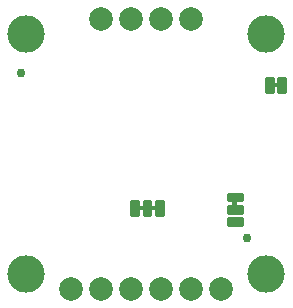
<source format=gbs>
G04 EAGLE Gerber RS-274X export*
G75*
%MOMM*%
%FSLAX34Y34*%
%LPD*%
%INSoldermask Bottom*%
%IPPOS*%
%AMOC8*
5,1,8,0,0,1.08239X$1,22.5*%
G01*
%ADD10C,0.228344*%
%ADD11C,3.175000*%
%ADD12C,2.006600*%
%ADD13C,0.762000*%

G36*
X203582Y82562D02*
X203582Y82562D01*
X203648Y82564D01*
X203692Y82582D01*
X203738Y82590D01*
X203795Y82624D01*
X203856Y82649D01*
X203891Y82680D01*
X203932Y82705D01*
X203973Y82756D01*
X204022Y82800D01*
X204043Y82842D01*
X204073Y82879D01*
X204094Y82941D01*
X204124Y83000D01*
X204132Y83054D01*
X204145Y83091D01*
X204144Y83131D01*
X204152Y83185D01*
X204152Y86995D01*
X204140Y87060D01*
X204138Y87126D01*
X204120Y87169D01*
X204112Y87216D01*
X204079Y87273D01*
X204054Y87333D01*
X204022Y87368D01*
X203998Y87409D01*
X203947Y87451D01*
X203902Y87499D01*
X203860Y87521D01*
X203824Y87550D01*
X203762Y87571D01*
X203703Y87602D01*
X203648Y87610D01*
X203611Y87622D01*
X203572Y87621D01*
X203518Y87629D01*
X200978Y87629D01*
X200913Y87618D01*
X200847Y87616D01*
X200803Y87598D01*
X200757Y87590D01*
X200700Y87556D01*
X200639Y87531D01*
X200604Y87500D01*
X200563Y87475D01*
X200522Y87424D01*
X200473Y87380D01*
X200452Y87338D01*
X200422Y87301D01*
X200401Y87239D01*
X200371Y87180D01*
X200363Y87126D01*
X200350Y87089D01*
X200350Y87085D01*
X200350Y87084D01*
X200351Y87049D01*
X200343Y86995D01*
X200343Y83185D01*
X200355Y83120D01*
X200357Y83054D01*
X200375Y83011D01*
X200383Y82964D01*
X200416Y82907D01*
X200441Y82847D01*
X200473Y82812D01*
X200497Y82771D01*
X200548Y82730D01*
X200593Y82681D01*
X200635Y82659D01*
X200671Y82630D01*
X200734Y82609D01*
X200792Y82578D01*
X200847Y82570D01*
X200884Y82558D01*
X200923Y82559D01*
X200978Y82551D01*
X203518Y82551D01*
X203582Y82562D01*
G37*
G36*
X238952Y183527D02*
X238952Y183527D01*
X239018Y183529D01*
X239061Y183547D01*
X239108Y183555D01*
X239165Y183589D01*
X239225Y183614D01*
X239260Y183645D01*
X239301Y183670D01*
X239343Y183721D01*
X239391Y183765D01*
X239413Y183807D01*
X239442Y183844D01*
X239463Y183906D01*
X239494Y183965D01*
X239502Y184019D01*
X239514Y184056D01*
X239513Y184096D01*
X239521Y184150D01*
X239521Y186690D01*
X239510Y186755D01*
X239508Y186821D01*
X239490Y186864D01*
X239482Y186911D01*
X239448Y186968D01*
X239423Y187028D01*
X239392Y187063D01*
X239367Y187104D01*
X239316Y187146D01*
X239272Y187194D01*
X239230Y187216D01*
X239193Y187245D01*
X239131Y187266D01*
X239072Y187297D01*
X239018Y187305D01*
X238981Y187317D01*
X238941Y187316D01*
X238887Y187324D01*
X235077Y187324D01*
X235012Y187313D01*
X234946Y187311D01*
X234903Y187293D01*
X234856Y187285D01*
X234799Y187251D01*
X234739Y187226D01*
X234704Y187195D01*
X234663Y187170D01*
X234622Y187119D01*
X234573Y187075D01*
X234551Y187033D01*
X234522Y186996D01*
X234501Y186934D01*
X234470Y186875D01*
X234462Y186821D01*
X234450Y186784D01*
X234450Y186781D01*
X234451Y186744D01*
X234443Y186690D01*
X234443Y184150D01*
X234454Y184085D01*
X234456Y184019D01*
X234474Y183976D01*
X234482Y183929D01*
X234516Y183872D01*
X234541Y183812D01*
X234572Y183777D01*
X234597Y183736D01*
X234648Y183695D01*
X234692Y183646D01*
X234734Y183624D01*
X234771Y183595D01*
X234833Y183574D01*
X234892Y183543D01*
X234946Y183535D01*
X234983Y183523D01*
X235023Y183524D01*
X235077Y183516D01*
X238887Y183516D01*
X238952Y183527D01*
G37*
G36*
X124906Y79197D02*
X124906Y79197D01*
X124972Y79199D01*
X125015Y79217D01*
X125062Y79225D01*
X125119Y79258D01*
X125179Y79283D01*
X125214Y79315D01*
X125255Y79339D01*
X125297Y79390D01*
X125345Y79435D01*
X125367Y79477D01*
X125396Y79513D01*
X125417Y79576D01*
X125448Y79634D01*
X125456Y79689D01*
X125468Y79726D01*
X125467Y79765D01*
X125475Y79820D01*
X125475Y82360D01*
X125464Y82424D01*
X125462Y82490D01*
X125444Y82534D01*
X125436Y82580D01*
X125402Y82637D01*
X125377Y82698D01*
X125346Y82733D01*
X125321Y82774D01*
X125270Y82815D01*
X125226Y82864D01*
X125184Y82885D01*
X125147Y82915D01*
X125085Y82936D01*
X125026Y82966D01*
X124972Y82974D01*
X124935Y82987D01*
X124895Y82986D01*
X124841Y82994D01*
X121031Y82994D01*
X120966Y82982D01*
X120900Y82980D01*
X120857Y82962D01*
X120810Y82954D01*
X120753Y82921D01*
X120693Y82896D01*
X120658Y82864D01*
X120617Y82840D01*
X120576Y82789D01*
X120527Y82744D01*
X120505Y82702D01*
X120476Y82666D01*
X120455Y82604D01*
X120424Y82545D01*
X120416Y82490D01*
X120404Y82453D01*
X120404Y82450D01*
X120405Y82413D01*
X120397Y82360D01*
X120397Y79820D01*
X120408Y79755D01*
X120410Y79689D01*
X120428Y79645D01*
X120436Y79599D01*
X120470Y79542D01*
X120495Y79481D01*
X120526Y79446D01*
X120551Y79405D01*
X120602Y79364D01*
X120646Y79315D01*
X120688Y79294D01*
X120725Y79264D01*
X120787Y79243D01*
X120846Y79213D01*
X120900Y79205D01*
X120937Y79192D01*
X120977Y79193D01*
X121031Y79185D01*
X124841Y79185D01*
X124906Y79197D01*
G37*
G36*
X135066Y79197D02*
X135066Y79197D01*
X135132Y79199D01*
X135175Y79217D01*
X135222Y79225D01*
X135279Y79258D01*
X135339Y79283D01*
X135374Y79315D01*
X135415Y79339D01*
X135457Y79390D01*
X135505Y79435D01*
X135527Y79477D01*
X135556Y79513D01*
X135577Y79576D01*
X135608Y79634D01*
X135616Y79689D01*
X135628Y79726D01*
X135627Y79765D01*
X135635Y79820D01*
X135635Y82360D01*
X135624Y82424D01*
X135622Y82490D01*
X135604Y82534D01*
X135596Y82580D01*
X135562Y82637D01*
X135537Y82698D01*
X135506Y82733D01*
X135481Y82774D01*
X135430Y82815D01*
X135386Y82864D01*
X135344Y82885D01*
X135307Y82915D01*
X135245Y82936D01*
X135186Y82966D01*
X135132Y82974D01*
X135095Y82987D01*
X135055Y82986D01*
X135001Y82994D01*
X131191Y82994D01*
X131126Y82982D01*
X131060Y82980D01*
X131017Y82962D01*
X130970Y82954D01*
X130913Y82921D01*
X130853Y82896D01*
X130818Y82864D01*
X130777Y82840D01*
X130736Y82789D01*
X130687Y82744D01*
X130665Y82702D01*
X130636Y82666D01*
X130615Y82604D01*
X130584Y82545D01*
X130576Y82490D01*
X130564Y82453D01*
X130564Y82450D01*
X130565Y82413D01*
X130557Y82360D01*
X130557Y79820D01*
X130568Y79755D01*
X130570Y79689D01*
X130588Y79645D01*
X130596Y79599D01*
X130630Y79542D01*
X130655Y79481D01*
X130686Y79446D01*
X130711Y79405D01*
X130762Y79364D01*
X130806Y79315D01*
X130848Y79294D01*
X130885Y79264D01*
X130947Y79243D01*
X131006Y79213D01*
X131060Y79205D01*
X131097Y79192D01*
X131137Y79193D01*
X131191Y79185D01*
X135001Y79185D01*
X135066Y79197D01*
G37*
D10*
X208092Y72392D02*
X208092Y66800D01*
X196404Y66800D01*
X196404Y72392D01*
X208092Y72392D01*
X208092Y68969D02*
X196404Y68969D01*
X196404Y71138D02*
X208092Y71138D01*
X208092Y77214D02*
X208092Y82806D01*
X208092Y77214D02*
X196404Y77214D01*
X196404Y82806D01*
X208092Y82806D01*
X208092Y79383D02*
X196404Y79383D01*
X196404Y81552D02*
X208092Y81552D01*
X208092Y87628D02*
X208092Y93220D01*
X208092Y87628D02*
X196404Y87628D01*
X196404Y93220D01*
X208092Y93220D01*
X208092Y89797D02*
X196404Y89797D01*
X196404Y91966D02*
X208092Y91966D01*
D11*
X25400Y228600D03*
X25400Y25400D03*
X228600Y25400D03*
D10*
X120398Y75246D02*
X114806Y75246D01*
X114806Y86934D01*
X120398Y86934D01*
X120398Y75246D01*
X120398Y77415D02*
X114806Y77415D01*
X114806Y79584D02*
X120398Y79584D01*
X120398Y81753D02*
X114806Y81753D01*
X114806Y83922D02*
X120398Y83922D01*
X120398Y86091D02*
X114806Y86091D01*
X125220Y75246D02*
X130812Y75246D01*
X125220Y75246D02*
X125220Y86934D01*
X130812Y86934D01*
X130812Y75246D01*
X130812Y77415D02*
X125220Y77415D01*
X125220Y79584D02*
X130812Y79584D01*
X130812Y81753D02*
X125220Y81753D01*
X125220Y83922D02*
X130812Y83922D01*
X130812Y86091D02*
X125220Y86091D01*
X135634Y75246D02*
X141226Y75246D01*
X135634Y75246D02*
X135634Y86934D01*
X141226Y86934D01*
X141226Y75246D01*
X141226Y77415D02*
X135634Y77415D01*
X135634Y79584D02*
X141226Y79584D01*
X141226Y81753D02*
X135634Y81753D01*
X135634Y83922D02*
X141226Y83922D01*
X141226Y86091D02*
X135634Y86091D01*
D12*
X190500Y12700D03*
X165100Y12700D03*
X139700Y12700D03*
X114300Y12700D03*
X88900Y12700D03*
X63500Y12700D03*
X88900Y241300D03*
X114300Y241300D03*
X139700Y241300D03*
X165100Y241300D03*
D13*
X21590Y195580D03*
X212344Y55880D03*
D10*
X228979Y179576D02*
X234571Y179576D01*
X228979Y179576D02*
X228979Y191264D01*
X234571Y191264D01*
X234571Y179576D01*
X234571Y181745D02*
X228979Y181745D01*
X228979Y183914D02*
X234571Y183914D01*
X234571Y186083D02*
X228979Y186083D01*
X228979Y188252D02*
X234571Y188252D01*
X234571Y190421D02*
X228979Y190421D01*
X239393Y179576D02*
X244985Y179576D01*
X239393Y179576D02*
X239393Y191264D01*
X244985Y191264D01*
X244985Y179576D01*
X244985Y181745D02*
X239393Y181745D01*
X239393Y183914D02*
X244985Y183914D01*
X244985Y186083D02*
X239393Y186083D01*
X239393Y188252D02*
X244985Y188252D01*
X244985Y190421D02*
X239393Y190421D01*
D11*
X228600Y228600D03*
M02*

</source>
